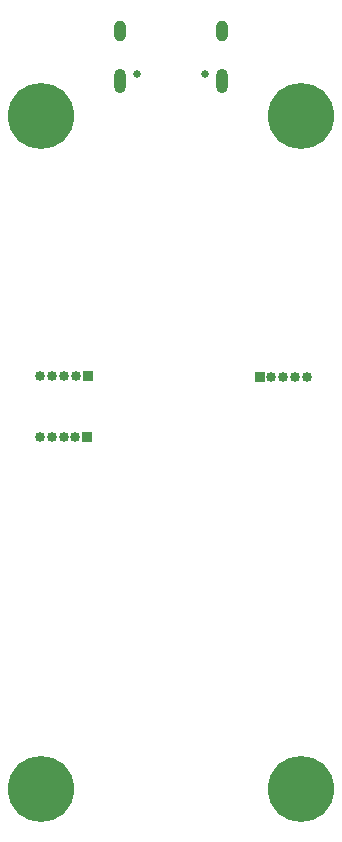
<source format=gbr>
%TF.GenerationSoftware,KiCad,Pcbnew,8.0.7-8.0.7-0~ubuntu22.04.1*%
%TF.CreationDate,2024-12-07T17:10:43+01:00*%
%TF.ProjectId,camera_360,63616d65-7261-45f3-9336-302e6b696361,rev?*%
%TF.SameCoordinates,Original*%
%TF.FileFunction,Soldermask,Bot*%
%TF.FilePolarity,Negative*%
%FSLAX46Y46*%
G04 Gerber Fmt 4.6, Leading zero omitted, Abs format (unit mm)*
G04 Created by KiCad (PCBNEW 8.0.7-8.0.7-0~ubuntu22.04.1) date 2024-12-07 17:10:43*
%MOMM*%
%LPD*%
G01*
G04 APERTURE LIST*
%ADD10C,5.600000*%
%ADD11R,0.850000X0.850000*%
%ADD12O,0.850000X0.850000*%
%ADD13C,0.650000*%
%ADD14O,1.000000X2.100000*%
%ADD15O,1.000000X1.800000*%
G04 APERTURE END LIST*
D10*
%TO.C,H3*%
X94000000Y-101000000D03*
%TD*%
%TO.C,H4*%
X116000000Y-101000000D03*
%TD*%
D11*
%TO.C,J3*%
X97920000Y-66020000D03*
D12*
X96920000Y-66020000D03*
X95919999Y-66020000D03*
X94920000Y-66020000D03*
X93920000Y-66020000D03*
%TD*%
D10*
%TO.C,H1*%
X94000000Y-44000000D03*
%TD*%
D13*
%TO.C,J1*%
X107890000Y-40505000D03*
X102110000Y-40505000D03*
D14*
X109320000Y-41025000D03*
D15*
X109320000Y-36825000D03*
D14*
X100680000Y-41025000D03*
D15*
X100680000Y-36825000D03*
%TD*%
D11*
%TO.C,J4*%
X112490000Y-66140000D03*
D12*
X113490000Y-66140000D03*
X114490001Y-66140000D03*
X115490000Y-66140000D03*
X116490000Y-66140000D03*
%TD*%
D10*
%TO.C,H2*%
X116000000Y-44000000D03*
%TD*%
D11*
%TO.C,J2*%
X97900000Y-71190000D03*
D12*
X96900000Y-71190000D03*
X95899999Y-71190000D03*
X94900000Y-71190000D03*
X93900000Y-71190000D03*
%TD*%
M02*

</source>
